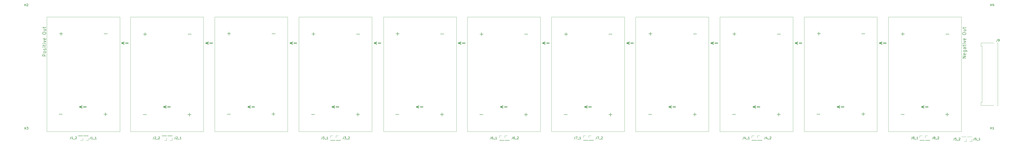
<source format=gbr>
%TF.GenerationSoftware,KiCad,Pcbnew,9.0.4*%
%TF.CreationDate,2025-09-16T19:42:10+08:00*%
%TF.ProjectId,accum_pcb_under,61636375-6d5f-4706-9362-5f756e646572,rev?*%
%TF.SameCoordinates,Original*%
%TF.FileFunction,Legend,Top*%
%TF.FilePolarity,Positive*%
%FSLAX46Y46*%
G04 Gerber Fmt 4.6, Leading zero omitted, Abs format (unit mm)*
G04 Created by KiCad (PCBNEW 9.0.4) date 2025-09-16 19:42:10*
%MOMM*%
%LPD*%
G01*
G04 APERTURE LIST*
%ADD10C,0.100000*%
%ADD11C,0.200000*%
%ADD12C,0.300000*%
%ADD13C,0.150000*%
%ADD14C,0.120000*%
G04 APERTURE END LIST*
D10*
X442732115Y-184702590D02*
X475732115Y-184702590D01*
X475732115Y-236702590D01*
X442732115Y-236702590D01*
X442732115Y-184702590D01*
X328583115Y-184702590D02*
X361583115Y-184702590D01*
X361583115Y-236702590D01*
X328583115Y-236702590D01*
X328583115Y-184702590D01*
X480806115Y-184702590D02*
X513806115Y-184702590D01*
X513806115Y-236702590D01*
X480806115Y-236702590D01*
X480806115Y-184702590D01*
X138338115Y-184702590D02*
X171338115Y-184702590D01*
X171338115Y-236702590D01*
X138338115Y-236702590D01*
X138338115Y-184702590D01*
X214458115Y-184702590D02*
X247458115Y-184702590D01*
X247458115Y-236702590D01*
X214458115Y-236702590D01*
X214458115Y-184702590D01*
X100537115Y-184702590D02*
X133537115Y-184702590D01*
X133537115Y-236702590D01*
X100537115Y-236702590D01*
X100537115Y-184702590D01*
X366612115Y-184702590D02*
X399612115Y-184702590D01*
X399612115Y-236702590D01*
X366612115Y-236702590D01*
X366612115Y-184702590D01*
X290578115Y-184702590D02*
X323578115Y-184702590D01*
X323578115Y-236702590D01*
X290578115Y-236702590D01*
X290578115Y-184702590D01*
X404664115Y-184702590D02*
X437664115Y-184702590D01*
X437664115Y-236702590D01*
X404664115Y-236702590D01*
X404664115Y-184702590D01*
X252652115Y-184702590D02*
X285652115Y-184702590D01*
X285652115Y-236702590D01*
X252652115Y-236702590D01*
X252652115Y-184702590D01*
X176367115Y-184702590D02*
X209367115Y-184702590D01*
X209367115Y-236702590D01*
X176367115Y-236702590D01*
X176367115Y-184702590D01*
D11*
X410280883Y-228947523D02*
X411804693Y-228947523D01*
X392604883Y-228880523D02*
X394128693Y-228880523D01*
X393366788Y-229642428D02*
X393366788Y-228118618D01*
X506616883Y-228932523D02*
X508140693Y-228932523D01*
X507378788Y-229694428D02*
X507378788Y-228170618D01*
X372415883Y-228895523D02*
X373939693Y-228895523D01*
X486427883Y-228947523D02*
X487951693Y-228947523D01*
D12*
X116432029Y-225105418D02*
X115289171Y-225533990D01*
X115289171Y-225533990D02*
X116432029Y-225962561D01*
X117146314Y-225533990D02*
X118289172Y-225533990D01*
X192524710Y-225105418D02*
X191381852Y-225533990D01*
X191381852Y-225533990D02*
X192524710Y-225962561D01*
X193238995Y-225533990D02*
X194381853Y-225533990D01*
D11*
X181996883Y-228791523D02*
X183520693Y-228791523D01*
X354499883Y-192521523D02*
X356023693Y-192521523D01*
X220122883Y-228947523D02*
X221646693Y-228947523D01*
D12*
X287641522Y-196175418D02*
X286498664Y-196603990D01*
X286498664Y-196603990D02*
X287641522Y-197032561D01*
X288355807Y-196603990D02*
X289498665Y-196603990D01*
D11*
X164216883Y-228984523D02*
X165740693Y-228984523D01*
X164978788Y-229746428D02*
X164978788Y-228222618D01*
D12*
X458852522Y-225105418D02*
X457709664Y-225533990D01*
X457709664Y-225533990D02*
X458852522Y-225962561D01*
X459566807Y-225533990D02*
X460709665Y-225533990D01*
D11*
X430469883Y-228932523D02*
X431993693Y-228932523D01*
X431231788Y-229694428D02*
X431231788Y-228170618D01*
X126337883Y-192354523D02*
X127861693Y-192354523D01*
X334237883Y-228999523D02*
X335761693Y-228999523D01*
D12*
X363734825Y-196175418D02*
X362591967Y-196603990D01*
X362591967Y-196603990D02*
X363734825Y-197032561D01*
X364449110Y-196603990D02*
X365591968Y-196603990D01*
X477875174Y-196175418D02*
X476732316Y-196603990D01*
X476732316Y-196603990D02*
X477875174Y-197032561D01*
X478589459Y-196603990D02*
X479732317Y-196603990D01*
D11*
X258266883Y-192371523D02*
X259790693Y-192371523D01*
X259028788Y-193133428D02*
X259028788Y-191609618D01*
X278405883Y-192417523D02*
X279929693Y-192417523D01*
D12*
X268618377Y-225105418D02*
X267475519Y-225533990D01*
X267475519Y-225533990D02*
X268618377Y-225962561D01*
X269332662Y-225533990D02*
X270475520Y-225533990D01*
D11*
X506689883Y-192469523D02*
X508213693Y-192469523D01*
X296112883Y-228999523D02*
X297636693Y-228999523D01*
X144150883Y-192475523D02*
X145674693Y-192475523D01*
X144912788Y-193237428D02*
X144912788Y-191713618D01*
X278332883Y-228880523D02*
X279856693Y-228880523D01*
X279094788Y-229642428D02*
X279094788Y-228118618D01*
X316301883Y-228984523D02*
X317825693Y-228984523D01*
X317063788Y-229746428D02*
X317063788Y-228222618D01*
X240311883Y-228932523D02*
X241835693Y-228932523D01*
X241073788Y-229694428D02*
X241073788Y-228170618D01*
D12*
X230571725Y-225105418D02*
X229428867Y-225533990D01*
X229428867Y-225533990D02*
X230571725Y-225962561D01*
X231286010Y-225533990D02*
X232428868Y-225533990D01*
D11*
X372538883Y-192371523D02*
X374062693Y-192371523D01*
X373300788Y-193133428D02*
X373300788Y-191609618D01*
D12*
X401781507Y-196175418D02*
X400638649Y-196603990D01*
X400638649Y-196603990D02*
X401781507Y-197032561D01*
X402495792Y-196603990D02*
X403638650Y-196603990D01*
D11*
X486550883Y-192423523D02*
X488074693Y-192423523D01*
X487312788Y-193185428D02*
X487312788Y-191661618D01*
X430542883Y-192469523D02*
X432066693Y-192469523D01*
X220245883Y-192423523D02*
X221769693Y-192423523D01*
X221007788Y-193185428D02*
X221007788Y-191661618D01*
X515816143Y-203365869D02*
X514316143Y-203365869D01*
X514316143Y-203365869D02*
X515816143Y-202508726D01*
X515816143Y-202508726D02*
X514316143Y-202508726D01*
X515744715Y-201223011D02*
X515816143Y-201365868D01*
X515816143Y-201365868D02*
X515816143Y-201651583D01*
X515816143Y-201651583D02*
X515744715Y-201794440D01*
X515744715Y-201794440D02*
X515601857Y-201865868D01*
X515601857Y-201865868D02*
X515030429Y-201865868D01*
X515030429Y-201865868D02*
X514887572Y-201794440D01*
X514887572Y-201794440D02*
X514816143Y-201651583D01*
X514816143Y-201651583D02*
X514816143Y-201365868D01*
X514816143Y-201365868D02*
X514887572Y-201223011D01*
X514887572Y-201223011D02*
X515030429Y-201151583D01*
X515030429Y-201151583D02*
X515173286Y-201151583D01*
X515173286Y-201151583D02*
X515316143Y-201865868D01*
X514816143Y-199865869D02*
X516030429Y-199865869D01*
X516030429Y-199865869D02*
X516173286Y-199937297D01*
X516173286Y-199937297D02*
X516244715Y-200008726D01*
X516244715Y-200008726D02*
X516316143Y-200151583D01*
X516316143Y-200151583D02*
X516316143Y-200365869D01*
X516316143Y-200365869D02*
X516244715Y-200508726D01*
X515744715Y-199865869D02*
X515816143Y-200008726D01*
X515816143Y-200008726D02*
X515816143Y-200294440D01*
X515816143Y-200294440D02*
X515744715Y-200437297D01*
X515744715Y-200437297D02*
X515673286Y-200508726D01*
X515673286Y-200508726D02*
X515530429Y-200580154D01*
X515530429Y-200580154D02*
X515101857Y-200580154D01*
X515101857Y-200580154D02*
X514959000Y-200508726D01*
X514959000Y-200508726D02*
X514887572Y-200437297D01*
X514887572Y-200437297D02*
X514816143Y-200294440D01*
X514816143Y-200294440D02*
X514816143Y-200008726D01*
X514816143Y-200008726D02*
X514887572Y-199865869D01*
X515816143Y-198508726D02*
X515030429Y-198508726D01*
X515030429Y-198508726D02*
X514887572Y-198580154D01*
X514887572Y-198580154D02*
X514816143Y-198723011D01*
X514816143Y-198723011D02*
X514816143Y-199008726D01*
X514816143Y-199008726D02*
X514887572Y-199151583D01*
X515744715Y-198508726D02*
X515816143Y-198651583D01*
X515816143Y-198651583D02*
X515816143Y-199008726D01*
X515816143Y-199008726D02*
X515744715Y-199151583D01*
X515744715Y-199151583D02*
X515601857Y-199223011D01*
X515601857Y-199223011D02*
X515459000Y-199223011D01*
X515459000Y-199223011D02*
X515316143Y-199151583D01*
X515316143Y-199151583D02*
X515244715Y-199008726D01*
X515244715Y-199008726D02*
X515244715Y-198651583D01*
X515244715Y-198651583D02*
X515173286Y-198508726D01*
X514816143Y-198008725D02*
X514816143Y-197437297D01*
X514316143Y-197794440D02*
X515601857Y-197794440D01*
X515601857Y-197794440D02*
X515744715Y-197723011D01*
X515744715Y-197723011D02*
X515816143Y-197580154D01*
X515816143Y-197580154D02*
X515816143Y-197437297D01*
X515816143Y-196937297D02*
X514816143Y-196937297D01*
X514316143Y-196937297D02*
X514387572Y-197008725D01*
X514387572Y-197008725D02*
X514459000Y-196937297D01*
X514459000Y-196937297D02*
X514387572Y-196865868D01*
X514387572Y-196865868D02*
X514316143Y-196937297D01*
X514316143Y-196937297D02*
X514459000Y-196937297D01*
X514816143Y-196365868D02*
X515816143Y-196008725D01*
X515816143Y-196008725D02*
X514816143Y-195651582D01*
X515744715Y-194508725D02*
X515816143Y-194651582D01*
X515816143Y-194651582D02*
X515816143Y-194937297D01*
X515816143Y-194937297D02*
X515744715Y-195080154D01*
X515744715Y-195080154D02*
X515601857Y-195151582D01*
X515601857Y-195151582D02*
X515030429Y-195151582D01*
X515030429Y-195151582D02*
X514887572Y-195080154D01*
X514887572Y-195080154D02*
X514816143Y-194937297D01*
X514816143Y-194937297D02*
X514816143Y-194651582D01*
X514816143Y-194651582D02*
X514887572Y-194508725D01*
X514887572Y-194508725D02*
X515030429Y-194437297D01*
X515030429Y-194437297D02*
X515173286Y-194437297D01*
X515173286Y-194437297D02*
X515316143Y-195151582D01*
X514316143Y-192365868D02*
X514316143Y-192080154D01*
X514316143Y-192080154D02*
X514387572Y-191937297D01*
X514387572Y-191937297D02*
X514530429Y-191794440D01*
X514530429Y-191794440D02*
X514816143Y-191723011D01*
X514816143Y-191723011D02*
X515316143Y-191723011D01*
X515316143Y-191723011D02*
X515601857Y-191794440D01*
X515601857Y-191794440D02*
X515744715Y-191937297D01*
X515744715Y-191937297D02*
X515816143Y-192080154D01*
X515816143Y-192080154D02*
X515816143Y-192365868D01*
X515816143Y-192365868D02*
X515744715Y-192508726D01*
X515744715Y-192508726D02*
X515601857Y-192651583D01*
X515601857Y-192651583D02*
X515316143Y-192723011D01*
X515316143Y-192723011D02*
X514816143Y-192723011D01*
X514816143Y-192723011D02*
X514530429Y-192651583D01*
X514530429Y-192651583D02*
X514387572Y-192508726D01*
X514387572Y-192508726D02*
X514316143Y-192365868D01*
X514816143Y-190437297D02*
X515816143Y-190437297D01*
X514816143Y-191080154D02*
X515601857Y-191080154D01*
X515601857Y-191080154D02*
X515744715Y-191008725D01*
X515744715Y-191008725D02*
X515816143Y-190865868D01*
X515816143Y-190865868D02*
X515816143Y-190651582D01*
X515816143Y-190651582D02*
X515744715Y-190508725D01*
X515744715Y-190508725D02*
X515673286Y-190437297D01*
X514816143Y-189937296D02*
X514816143Y-189365868D01*
X514316143Y-189723011D02*
X515601857Y-189723011D01*
X515601857Y-189723011D02*
X515744715Y-189651582D01*
X515744715Y-189651582D02*
X515816143Y-189508725D01*
X515816143Y-189508725D02*
X515816143Y-189365868D01*
X334360883Y-192475523D02*
X335884693Y-192475523D01*
X335122788Y-193237428D02*
X335122788Y-191713618D01*
X202185883Y-228776523D02*
X203709693Y-228776523D01*
X202947788Y-229538428D02*
X202947788Y-228014618D01*
X182119883Y-192267523D02*
X183643693Y-192267523D01*
X182881788Y-193029428D02*
X182881788Y-191505618D01*
X354426883Y-228984523D02*
X355950693Y-228984523D01*
X355188788Y-229746428D02*
X355188788Y-228222618D01*
X392677883Y-192417523D02*
X394201693Y-192417523D01*
X126264883Y-228817523D02*
X127788693Y-228817523D01*
X127026788Y-229579428D02*
X127026788Y-228055618D01*
X202258883Y-192313523D02*
X203782693Y-192313523D01*
D12*
X344712014Y-225105418D02*
X343569156Y-225533990D01*
X343569156Y-225533990D02*
X344712014Y-225962561D01*
X345426299Y-225533990D02*
X346569157Y-225533990D01*
X325688340Y-196175418D02*
X324545482Y-196603990D01*
X324545482Y-196603990D02*
X325688340Y-197032561D01*
X326402625Y-196603990D02*
X327545483Y-196603990D01*
D11*
X100120143Y-202439869D02*
X98620143Y-202439869D01*
X98620143Y-202439869D02*
X98620143Y-201868440D01*
X98620143Y-201868440D02*
X98691572Y-201725583D01*
X98691572Y-201725583D02*
X98763000Y-201654154D01*
X98763000Y-201654154D02*
X98905857Y-201582726D01*
X98905857Y-201582726D02*
X99120143Y-201582726D01*
X99120143Y-201582726D02*
X99263000Y-201654154D01*
X99263000Y-201654154D02*
X99334429Y-201725583D01*
X99334429Y-201725583D02*
X99405857Y-201868440D01*
X99405857Y-201868440D02*
X99405857Y-202439869D01*
X100120143Y-200725583D02*
X100048715Y-200868440D01*
X100048715Y-200868440D02*
X99977286Y-200939869D01*
X99977286Y-200939869D02*
X99834429Y-201011297D01*
X99834429Y-201011297D02*
X99405857Y-201011297D01*
X99405857Y-201011297D02*
X99263000Y-200939869D01*
X99263000Y-200939869D02*
X99191572Y-200868440D01*
X99191572Y-200868440D02*
X99120143Y-200725583D01*
X99120143Y-200725583D02*
X99120143Y-200511297D01*
X99120143Y-200511297D02*
X99191572Y-200368440D01*
X99191572Y-200368440D02*
X99263000Y-200297012D01*
X99263000Y-200297012D02*
X99405857Y-200225583D01*
X99405857Y-200225583D02*
X99834429Y-200225583D01*
X99834429Y-200225583D02*
X99977286Y-200297012D01*
X99977286Y-200297012D02*
X100048715Y-200368440D01*
X100048715Y-200368440D02*
X100120143Y-200511297D01*
X100120143Y-200511297D02*
X100120143Y-200725583D01*
X100048715Y-199654154D02*
X100120143Y-199511297D01*
X100120143Y-199511297D02*
X100120143Y-199225583D01*
X100120143Y-199225583D02*
X100048715Y-199082726D01*
X100048715Y-199082726D02*
X99905857Y-199011297D01*
X99905857Y-199011297D02*
X99834429Y-199011297D01*
X99834429Y-199011297D02*
X99691572Y-199082726D01*
X99691572Y-199082726D02*
X99620143Y-199225583D01*
X99620143Y-199225583D02*
X99620143Y-199439869D01*
X99620143Y-199439869D02*
X99548715Y-199582726D01*
X99548715Y-199582726D02*
X99405857Y-199654154D01*
X99405857Y-199654154D02*
X99334429Y-199654154D01*
X99334429Y-199654154D02*
X99191572Y-199582726D01*
X99191572Y-199582726D02*
X99120143Y-199439869D01*
X99120143Y-199439869D02*
X99120143Y-199225583D01*
X99120143Y-199225583D02*
X99191572Y-199082726D01*
X100120143Y-198368440D02*
X99120143Y-198368440D01*
X98620143Y-198368440D02*
X98691572Y-198439868D01*
X98691572Y-198439868D02*
X98763000Y-198368440D01*
X98763000Y-198368440D02*
X98691572Y-198297011D01*
X98691572Y-198297011D02*
X98620143Y-198368440D01*
X98620143Y-198368440D02*
X98763000Y-198368440D01*
X99120143Y-197868439D02*
X99120143Y-197297011D01*
X98620143Y-197654154D02*
X99905857Y-197654154D01*
X99905857Y-197654154D02*
X100048715Y-197582725D01*
X100048715Y-197582725D02*
X100120143Y-197439868D01*
X100120143Y-197439868D02*
X100120143Y-197297011D01*
X100120143Y-196797011D02*
X99120143Y-196797011D01*
X98620143Y-196797011D02*
X98691572Y-196868439D01*
X98691572Y-196868439D02*
X98763000Y-196797011D01*
X98763000Y-196797011D02*
X98691572Y-196725582D01*
X98691572Y-196725582D02*
X98620143Y-196797011D01*
X98620143Y-196797011D02*
X98763000Y-196797011D01*
X99120143Y-196225582D02*
X100120143Y-195868439D01*
X100120143Y-195868439D02*
X99120143Y-195511296D01*
X100048715Y-194368439D02*
X100120143Y-194511296D01*
X100120143Y-194511296D02*
X100120143Y-194797011D01*
X100120143Y-194797011D02*
X100048715Y-194939868D01*
X100048715Y-194939868D02*
X99905857Y-195011296D01*
X99905857Y-195011296D02*
X99334429Y-195011296D01*
X99334429Y-195011296D02*
X99191572Y-194939868D01*
X99191572Y-194939868D02*
X99120143Y-194797011D01*
X99120143Y-194797011D02*
X99120143Y-194511296D01*
X99120143Y-194511296D02*
X99191572Y-194368439D01*
X99191572Y-194368439D02*
X99334429Y-194297011D01*
X99334429Y-194297011D02*
X99477286Y-194297011D01*
X99477286Y-194297011D02*
X99620143Y-195011296D01*
X98620143Y-192225582D02*
X98620143Y-191939868D01*
X98620143Y-191939868D02*
X98691572Y-191797011D01*
X98691572Y-191797011D02*
X98834429Y-191654154D01*
X98834429Y-191654154D02*
X99120143Y-191582725D01*
X99120143Y-191582725D02*
X99620143Y-191582725D01*
X99620143Y-191582725D02*
X99905857Y-191654154D01*
X99905857Y-191654154D02*
X100048715Y-191797011D01*
X100048715Y-191797011D02*
X100120143Y-191939868D01*
X100120143Y-191939868D02*
X100120143Y-192225582D01*
X100120143Y-192225582D02*
X100048715Y-192368440D01*
X100048715Y-192368440D02*
X99905857Y-192511297D01*
X99905857Y-192511297D02*
X99620143Y-192582725D01*
X99620143Y-192582725D02*
X99120143Y-192582725D01*
X99120143Y-192582725D02*
X98834429Y-192511297D01*
X98834429Y-192511297D02*
X98691572Y-192368440D01*
X98691572Y-192368440D02*
X98620143Y-192225582D01*
X99120143Y-190297011D02*
X100120143Y-190297011D01*
X99120143Y-190939868D02*
X99905857Y-190939868D01*
X99905857Y-190939868D02*
X100048715Y-190868439D01*
X100048715Y-190868439D02*
X100120143Y-190725582D01*
X100120143Y-190725582D02*
X100120143Y-190511296D01*
X100120143Y-190511296D02*
X100048715Y-190368439D01*
X100048715Y-190368439D02*
X99977286Y-190297011D01*
X99120143Y-189797010D02*
X99120143Y-189225582D01*
X98620143Y-189582725D02*
X99905857Y-189582725D01*
X99905857Y-189582725D02*
X100048715Y-189511296D01*
X100048715Y-189511296D02*
X100120143Y-189368439D01*
X100120143Y-189368439D02*
X100120143Y-189225582D01*
X144027883Y-228999523D02*
X145551693Y-228999523D01*
X296235883Y-192475523D02*
X297759693Y-192475523D01*
X296997788Y-193237428D02*
X296997788Y-191713618D01*
D12*
X496899174Y-225105418D02*
X495756316Y-225533990D01*
X495756316Y-225533990D02*
X496899174Y-225962561D01*
X497613459Y-225533990D02*
X498756317Y-225533990D01*
D11*
X410403883Y-192423523D02*
X411927693Y-192423523D01*
X411165788Y-193185428D02*
X411165788Y-191661618D01*
D12*
X135454833Y-196175418D02*
X134311975Y-196603990D01*
X134311975Y-196603990D02*
X135454833Y-197032561D01*
X136169118Y-196603990D02*
X137311976Y-196603990D01*
X173501173Y-196175418D02*
X172358315Y-196603990D01*
X172358315Y-196603990D02*
X173501173Y-197032561D01*
X174215458Y-196603990D02*
X175358316Y-196603990D01*
D11*
X468646883Y-228776523D02*
X470170693Y-228776523D01*
X469408788Y-229538428D02*
X469408788Y-228014618D01*
X240384883Y-192469523D02*
X241908693Y-192469523D01*
X316374883Y-192521523D02*
X317898693Y-192521523D01*
D12*
X382758855Y-225105418D02*
X381615997Y-225533990D01*
X381615997Y-225533990D02*
X382758855Y-225962561D01*
X383473140Y-225533990D02*
X384615998Y-225533990D01*
X154478362Y-225105418D02*
X153335504Y-225533990D01*
X153335504Y-225533990D02*
X154478362Y-225962561D01*
X155192647Y-225533990D02*
X156335505Y-225533990D01*
X211547855Y-196175418D02*
X210404997Y-196603990D01*
X210404997Y-196603990D02*
X211547855Y-197032561D01*
X212262140Y-196603990D02*
X213404998Y-196603990D01*
X306665029Y-225105418D02*
X305522171Y-225533990D01*
X305522171Y-225533990D02*
X306665029Y-225962561D01*
X307379314Y-225533990D02*
X308522172Y-225533990D01*
D11*
X106198883Y-192308523D02*
X107722693Y-192308523D01*
X106960788Y-193070428D02*
X106960788Y-191546618D01*
X164289883Y-192521523D02*
X165813693Y-192521523D01*
X468719883Y-192313523D02*
X470243693Y-192313523D01*
X258143883Y-228895523D02*
X259667693Y-228895523D01*
X448457883Y-228791523D02*
X449981693Y-228791523D01*
X448580883Y-192267523D02*
X450104693Y-192267523D01*
X449342788Y-193029428D02*
X449342788Y-191505618D01*
D12*
X420805870Y-225105418D02*
X419663012Y-225533990D01*
X419663012Y-225533990D02*
X420805870Y-225962561D01*
X421520155Y-225533990D02*
X422663013Y-225533990D01*
X439828340Y-196175418D02*
X438685482Y-196603990D01*
X438685482Y-196603990D02*
X439828340Y-197032561D01*
X440542625Y-196603990D02*
X441685483Y-196603990D01*
X249594688Y-196175418D02*
X248451830Y-196603990D01*
X248451830Y-196603990D02*
X249594688Y-197032561D01*
X250308973Y-196603990D02*
X251451831Y-196603990D01*
D11*
X106075883Y-228832523D02*
X107599693Y-228832523D01*
D13*
X519560638Y-239554409D02*
X519560638Y-240268694D01*
X519560638Y-240268694D02*
X519513019Y-240411551D01*
X519513019Y-240411551D02*
X519417781Y-240506790D01*
X519417781Y-240506790D02*
X519274924Y-240554409D01*
X519274924Y-240554409D02*
X519179686Y-240554409D01*
X520513019Y-239554409D02*
X520036829Y-239554409D01*
X520036829Y-239554409D02*
X519989210Y-240030599D01*
X519989210Y-240030599D02*
X520036829Y-239982980D01*
X520036829Y-239982980D02*
X520132067Y-239935361D01*
X520132067Y-239935361D02*
X520370162Y-239935361D01*
X520370162Y-239935361D02*
X520465400Y-239982980D01*
X520465400Y-239982980D02*
X520513019Y-240030599D01*
X520513019Y-240030599D02*
X520560638Y-240125837D01*
X520560638Y-240125837D02*
X520560638Y-240363932D01*
X520560638Y-240363932D02*
X520513019Y-240459170D01*
X520513019Y-240459170D02*
X520465400Y-240506790D01*
X520465400Y-240506790D02*
X520370162Y-240554409D01*
X520370162Y-240554409D02*
X520132067Y-240554409D01*
X520132067Y-240554409D02*
X520036829Y-240506790D01*
X520036829Y-240506790D02*
X519989210Y-240459170D01*
X520751115Y-240649647D02*
X521513019Y-240649647D01*
X522274924Y-240554409D02*
X521703496Y-240554409D01*
X521989210Y-240554409D02*
X521989210Y-239554409D01*
X521989210Y-239554409D02*
X521893972Y-239697266D01*
X521893972Y-239697266D02*
X521798734Y-239792504D01*
X521798734Y-239792504D02*
X521703496Y-239840123D01*
X339153638Y-239069409D02*
X339153638Y-239783694D01*
X339153638Y-239783694D02*
X339106019Y-239926551D01*
X339106019Y-239926551D02*
X339010781Y-240021790D01*
X339010781Y-240021790D02*
X338867924Y-240069409D01*
X338867924Y-240069409D02*
X338772686Y-240069409D01*
X339534591Y-239069409D02*
X340201257Y-239069409D01*
X340201257Y-239069409D02*
X339772686Y-240069409D01*
X340344115Y-240164647D02*
X341106019Y-240164647D01*
X341867924Y-240069409D02*
X341296496Y-240069409D01*
X341582210Y-240069409D02*
X341582210Y-239069409D01*
X341582210Y-239069409D02*
X341486972Y-239212266D01*
X341486972Y-239212266D02*
X341391734Y-239307504D01*
X341391734Y-239307504D02*
X341296496Y-239355123D01*
X111312638Y-239042409D02*
X111312638Y-239756694D01*
X111312638Y-239756694D02*
X111265019Y-239899551D01*
X111265019Y-239899551D02*
X111169781Y-239994790D01*
X111169781Y-239994790D02*
X111026924Y-240042409D01*
X111026924Y-240042409D02*
X110931686Y-240042409D01*
X112312638Y-240042409D02*
X111741210Y-240042409D01*
X112026924Y-240042409D02*
X112026924Y-239042409D01*
X112026924Y-239042409D02*
X111931686Y-239185266D01*
X111931686Y-239185266D02*
X111836448Y-239280504D01*
X111836448Y-239280504D02*
X111741210Y-239328123D01*
X112503115Y-240137647D02*
X113265019Y-240137647D01*
X113455496Y-239137647D02*
X113503115Y-239090028D01*
X113503115Y-239090028D02*
X113598353Y-239042409D01*
X113598353Y-239042409D02*
X113836448Y-239042409D01*
X113836448Y-239042409D02*
X113931686Y-239090028D01*
X113931686Y-239090028D02*
X113979305Y-239137647D01*
X113979305Y-239137647D02*
X114026924Y-239232885D01*
X114026924Y-239232885D02*
X114026924Y-239328123D01*
X114026924Y-239328123D02*
X113979305Y-239470980D01*
X113979305Y-239470980D02*
X113407877Y-240042409D01*
X113407877Y-240042409D02*
X114026924Y-240042409D01*
X90531210Y-235677409D02*
X90531210Y-234677409D01*
X90531210Y-235153599D02*
X91102638Y-235153599D01*
X91102638Y-235677409D02*
X91102638Y-234677409D01*
X91483591Y-234677409D02*
X92102638Y-234677409D01*
X92102638Y-234677409D02*
X91769305Y-235058361D01*
X91769305Y-235058361D02*
X91912162Y-235058361D01*
X91912162Y-235058361D02*
X92007400Y-235105980D01*
X92007400Y-235105980D02*
X92055019Y-235153599D01*
X92055019Y-235153599D02*
X92102638Y-235248837D01*
X92102638Y-235248837D02*
X92102638Y-235486932D01*
X92102638Y-235486932D02*
X92055019Y-235582170D01*
X92055019Y-235582170D02*
X92007400Y-235629790D01*
X92007400Y-235629790D02*
X91912162Y-235677409D01*
X91912162Y-235677409D02*
X91626448Y-235677409D01*
X91626448Y-235677409D02*
X91531210Y-235629790D01*
X91531210Y-235629790D02*
X91483591Y-235582170D01*
X491479638Y-239068409D02*
X491479638Y-239782694D01*
X491479638Y-239782694D02*
X491432019Y-239925551D01*
X491432019Y-239925551D02*
X491336781Y-240020790D01*
X491336781Y-240020790D02*
X491193924Y-240068409D01*
X491193924Y-240068409D02*
X491098686Y-240068409D01*
X492098686Y-239496980D02*
X492003448Y-239449361D01*
X492003448Y-239449361D02*
X491955829Y-239401742D01*
X491955829Y-239401742D02*
X491908210Y-239306504D01*
X491908210Y-239306504D02*
X491908210Y-239258885D01*
X491908210Y-239258885D02*
X491955829Y-239163647D01*
X491955829Y-239163647D02*
X492003448Y-239116028D01*
X492003448Y-239116028D02*
X492098686Y-239068409D01*
X492098686Y-239068409D02*
X492289162Y-239068409D01*
X492289162Y-239068409D02*
X492384400Y-239116028D01*
X492384400Y-239116028D02*
X492432019Y-239163647D01*
X492432019Y-239163647D02*
X492479638Y-239258885D01*
X492479638Y-239258885D02*
X492479638Y-239306504D01*
X492479638Y-239306504D02*
X492432019Y-239401742D01*
X492432019Y-239401742D02*
X492384400Y-239449361D01*
X492384400Y-239449361D02*
X492289162Y-239496980D01*
X492289162Y-239496980D02*
X492098686Y-239496980D01*
X492098686Y-239496980D02*
X492003448Y-239544599D01*
X492003448Y-239544599D02*
X491955829Y-239592218D01*
X491955829Y-239592218D02*
X491908210Y-239687456D01*
X491908210Y-239687456D02*
X491908210Y-239877932D01*
X491908210Y-239877932D02*
X491955829Y-239973170D01*
X491955829Y-239973170D02*
X492003448Y-240020790D01*
X492003448Y-240020790D02*
X492098686Y-240068409D01*
X492098686Y-240068409D02*
X492289162Y-240068409D01*
X492289162Y-240068409D02*
X492384400Y-240020790D01*
X492384400Y-240020790D02*
X492432019Y-239973170D01*
X492432019Y-239973170D02*
X492479638Y-239877932D01*
X492479638Y-239877932D02*
X492479638Y-239687456D01*
X492479638Y-239687456D02*
X492432019Y-239592218D01*
X492432019Y-239592218D02*
X492384400Y-239544599D01*
X492384400Y-239544599D02*
X492289162Y-239496980D01*
X492670115Y-240163647D02*
X493432019Y-240163647D01*
X494193924Y-240068409D02*
X493622496Y-240068409D01*
X493908210Y-240068409D02*
X493908210Y-239068409D01*
X493908210Y-239068409D02*
X493812972Y-239211266D01*
X493812972Y-239211266D02*
X493717734Y-239306504D01*
X493717734Y-239306504D02*
X493622496Y-239354123D01*
X500950638Y-239067409D02*
X500950638Y-239781694D01*
X500950638Y-239781694D02*
X500903019Y-239924551D01*
X500903019Y-239924551D02*
X500807781Y-240019790D01*
X500807781Y-240019790D02*
X500664924Y-240067409D01*
X500664924Y-240067409D02*
X500569686Y-240067409D01*
X501569686Y-239495980D02*
X501474448Y-239448361D01*
X501474448Y-239448361D02*
X501426829Y-239400742D01*
X501426829Y-239400742D02*
X501379210Y-239305504D01*
X501379210Y-239305504D02*
X501379210Y-239257885D01*
X501379210Y-239257885D02*
X501426829Y-239162647D01*
X501426829Y-239162647D02*
X501474448Y-239115028D01*
X501474448Y-239115028D02*
X501569686Y-239067409D01*
X501569686Y-239067409D02*
X501760162Y-239067409D01*
X501760162Y-239067409D02*
X501855400Y-239115028D01*
X501855400Y-239115028D02*
X501903019Y-239162647D01*
X501903019Y-239162647D02*
X501950638Y-239257885D01*
X501950638Y-239257885D02*
X501950638Y-239305504D01*
X501950638Y-239305504D02*
X501903019Y-239400742D01*
X501903019Y-239400742D02*
X501855400Y-239448361D01*
X501855400Y-239448361D02*
X501760162Y-239495980D01*
X501760162Y-239495980D02*
X501569686Y-239495980D01*
X501569686Y-239495980D02*
X501474448Y-239543599D01*
X501474448Y-239543599D02*
X501426829Y-239591218D01*
X501426829Y-239591218D02*
X501379210Y-239686456D01*
X501379210Y-239686456D02*
X501379210Y-239876932D01*
X501379210Y-239876932D02*
X501426829Y-239972170D01*
X501426829Y-239972170D02*
X501474448Y-240019790D01*
X501474448Y-240019790D02*
X501569686Y-240067409D01*
X501569686Y-240067409D02*
X501760162Y-240067409D01*
X501760162Y-240067409D02*
X501855400Y-240019790D01*
X501855400Y-240019790D02*
X501903019Y-239972170D01*
X501903019Y-239972170D02*
X501950638Y-239876932D01*
X501950638Y-239876932D02*
X501950638Y-239686456D01*
X501950638Y-239686456D02*
X501903019Y-239591218D01*
X501903019Y-239591218D02*
X501855400Y-239543599D01*
X501855400Y-239543599D02*
X501760162Y-239495980D01*
X502141115Y-240162647D02*
X502903019Y-240162647D01*
X503093496Y-239162647D02*
X503141115Y-239115028D01*
X503141115Y-239115028D02*
X503236353Y-239067409D01*
X503236353Y-239067409D02*
X503474448Y-239067409D01*
X503474448Y-239067409D02*
X503569686Y-239115028D01*
X503569686Y-239115028D02*
X503617305Y-239162647D01*
X503617305Y-239162647D02*
X503664924Y-239257885D01*
X503664924Y-239257885D02*
X503664924Y-239353123D01*
X503664924Y-239353123D02*
X503617305Y-239495980D01*
X503617305Y-239495980D02*
X503045877Y-240067409D01*
X503045877Y-240067409D02*
X503664924Y-240067409D01*
X234659638Y-239067409D02*
X234659638Y-239781694D01*
X234659638Y-239781694D02*
X234612019Y-239924551D01*
X234612019Y-239924551D02*
X234516781Y-240019790D01*
X234516781Y-240019790D02*
X234373924Y-240067409D01*
X234373924Y-240067409D02*
X234278686Y-240067409D01*
X235040591Y-239067409D02*
X235659638Y-239067409D01*
X235659638Y-239067409D02*
X235326305Y-239448361D01*
X235326305Y-239448361D02*
X235469162Y-239448361D01*
X235469162Y-239448361D02*
X235564400Y-239495980D01*
X235564400Y-239495980D02*
X235612019Y-239543599D01*
X235612019Y-239543599D02*
X235659638Y-239638837D01*
X235659638Y-239638837D02*
X235659638Y-239876932D01*
X235659638Y-239876932D02*
X235612019Y-239972170D01*
X235612019Y-239972170D02*
X235564400Y-240019790D01*
X235564400Y-240019790D02*
X235469162Y-240067409D01*
X235469162Y-240067409D02*
X235183448Y-240067409D01*
X235183448Y-240067409D02*
X235088210Y-240019790D01*
X235088210Y-240019790D02*
X235040591Y-239972170D01*
X235850115Y-240162647D02*
X236612019Y-240162647D01*
X236802496Y-239162647D02*
X236850115Y-239115028D01*
X236850115Y-239115028D02*
X236945353Y-239067409D01*
X236945353Y-239067409D02*
X237183448Y-239067409D01*
X237183448Y-239067409D02*
X237278686Y-239115028D01*
X237278686Y-239115028D02*
X237326305Y-239162647D01*
X237326305Y-239162647D02*
X237373924Y-239257885D01*
X237373924Y-239257885D02*
X237373924Y-239353123D01*
X237373924Y-239353123D02*
X237326305Y-239495980D01*
X237326305Y-239495980D02*
X236754877Y-240067409D01*
X236754877Y-240067409D02*
X237373924Y-240067409D01*
X120254638Y-239071123D02*
X120254638Y-239785408D01*
X120254638Y-239785408D02*
X120207019Y-239928265D01*
X120207019Y-239928265D02*
X120111781Y-240023504D01*
X120111781Y-240023504D02*
X119968924Y-240071123D01*
X119968924Y-240071123D02*
X119873686Y-240071123D01*
X121254638Y-240071123D02*
X120683210Y-240071123D01*
X120968924Y-240071123D02*
X120968924Y-239071123D01*
X120968924Y-239071123D02*
X120873686Y-239213980D01*
X120873686Y-239213980D02*
X120778448Y-239309218D01*
X120778448Y-239309218D02*
X120683210Y-239356837D01*
X121445115Y-240166361D02*
X122207019Y-240166361D01*
X122968924Y-240071123D02*
X122397496Y-240071123D01*
X122683210Y-240071123D02*
X122683210Y-239071123D01*
X122683210Y-239071123D02*
X122587972Y-239213980D01*
X122587972Y-239213980D02*
X122492734Y-239309218D01*
X122492734Y-239309218D02*
X122397496Y-239356837D01*
X158573638Y-239075409D02*
X158573638Y-239789694D01*
X158573638Y-239789694D02*
X158526019Y-239932551D01*
X158526019Y-239932551D02*
X158430781Y-240027790D01*
X158430781Y-240027790D02*
X158287924Y-240075409D01*
X158287924Y-240075409D02*
X158192686Y-240075409D01*
X159002210Y-239170647D02*
X159049829Y-239123028D01*
X159049829Y-239123028D02*
X159145067Y-239075409D01*
X159145067Y-239075409D02*
X159383162Y-239075409D01*
X159383162Y-239075409D02*
X159478400Y-239123028D01*
X159478400Y-239123028D02*
X159526019Y-239170647D01*
X159526019Y-239170647D02*
X159573638Y-239265885D01*
X159573638Y-239265885D02*
X159573638Y-239361123D01*
X159573638Y-239361123D02*
X159526019Y-239503980D01*
X159526019Y-239503980D02*
X158954591Y-240075409D01*
X158954591Y-240075409D02*
X159573638Y-240075409D01*
X159764115Y-240170647D02*
X160526019Y-240170647D01*
X161287924Y-240075409D02*
X160716496Y-240075409D01*
X161002210Y-240075409D02*
X161002210Y-239075409D01*
X161002210Y-239075409D02*
X160906972Y-239218266D01*
X160906972Y-239218266D02*
X160811734Y-239313504D01*
X160811734Y-239313504D02*
X160716496Y-239361123D01*
X510519638Y-239569409D02*
X510519638Y-240283694D01*
X510519638Y-240283694D02*
X510472019Y-240426551D01*
X510472019Y-240426551D02*
X510376781Y-240521790D01*
X510376781Y-240521790D02*
X510233924Y-240569409D01*
X510233924Y-240569409D02*
X510138686Y-240569409D01*
X511472019Y-239569409D02*
X510995829Y-239569409D01*
X510995829Y-239569409D02*
X510948210Y-240045599D01*
X510948210Y-240045599D02*
X510995829Y-239997980D01*
X510995829Y-239997980D02*
X511091067Y-239950361D01*
X511091067Y-239950361D02*
X511329162Y-239950361D01*
X511329162Y-239950361D02*
X511424400Y-239997980D01*
X511424400Y-239997980D02*
X511472019Y-240045599D01*
X511472019Y-240045599D02*
X511519638Y-240140837D01*
X511519638Y-240140837D02*
X511519638Y-240378932D01*
X511519638Y-240378932D02*
X511472019Y-240474170D01*
X511472019Y-240474170D02*
X511424400Y-240521790D01*
X511424400Y-240521790D02*
X511329162Y-240569409D01*
X511329162Y-240569409D02*
X511091067Y-240569409D01*
X511091067Y-240569409D02*
X510995829Y-240521790D01*
X510995829Y-240521790D02*
X510948210Y-240474170D01*
X511710115Y-240664647D02*
X512472019Y-240664647D01*
X512662496Y-239664647D02*
X512710115Y-239617028D01*
X512710115Y-239617028D02*
X512805353Y-239569409D01*
X512805353Y-239569409D02*
X513043448Y-239569409D01*
X513043448Y-239569409D02*
X513138686Y-239617028D01*
X513138686Y-239617028D02*
X513186305Y-239664647D01*
X513186305Y-239664647D02*
X513233924Y-239759885D01*
X513233924Y-239759885D02*
X513233924Y-239855123D01*
X513233924Y-239855123D02*
X513186305Y-239997980D01*
X513186305Y-239997980D02*
X512614877Y-240569409D01*
X512614877Y-240569409D02*
X513233924Y-240569409D01*
X348945638Y-239066409D02*
X348945638Y-239780694D01*
X348945638Y-239780694D02*
X348898019Y-239923551D01*
X348898019Y-239923551D02*
X348802781Y-240018790D01*
X348802781Y-240018790D02*
X348659924Y-240066409D01*
X348659924Y-240066409D02*
X348564686Y-240066409D01*
X349326591Y-239066409D02*
X349993257Y-239066409D01*
X349993257Y-239066409D02*
X349564686Y-240066409D01*
X350136115Y-240161647D02*
X350898019Y-240161647D01*
X351088496Y-239161647D02*
X351136115Y-239114028D01*
X351136115Y-239114028D02*
X351231353Y-239066409D01*
X351231353Y-239066409D02*
X351469448Y-239066409D01*
X351469448Y-239066409D02*
X351564686Y-239114028D01*
X351564686Y-239114028D02*
X351612305Y-239161647D01*
X351612305Y-239161647D02*
X351659924Y-239256885D01*
X351659924Y-239256885D02*
X351659924Y-239352123D01*
X351659924Y-239352123D02*
X351612305Y-239494980D01*
X351612305Y-239494980D02*
X351040877Y-240066409D01*
X351040877Y-240066409D02*
X351659924Y-240066409D01*
X415330638Y-239072409D02*
X415330638Y-239786694D01*
X415330638Y-239786694D02*
X415283019Y-239929551D01*
X415283019Y-239929551D02*
X415187781Y-240024790D01*
X415187781Y-240024790D02*
X415044924Y-240072409D01*
X415044924Y-240072409D02*
X414949686Y-240072409D01*
X416235400Y-239405742D02*
X416235400Y-240072409D01*
X415997305Y-239024790D02*
X415759210Y-239739075D01*
X415759210Y-239739075D02*
X416378257Y-239739075D01*
X416521115Y-240167647D02*
X417283019Y-240167647D01*
X418044924Y-240072409D02*
X417473496Y-240072409D01*
X417759210Y-240072409D02*
X417759210Y-239072409D01*
X417759210Y-239072409D02*
X417663972Y-239215266D01*
X417663972Y-239215266D02*
X417568734Y-239310504D01*
X417568734Y-239310504D02*
X417473496Y-239358123D01*
X301186638Y-239067409D02*
X301186638Y-239781694D01*
X301186638Y-239781694D02*
X301139019Y-239924551D01*
X301139019Y-239924551D02*
X301043781Y-240019790D01*
X301043781Y-240019790D02*
X300900924Y-240067409D01*
X300900924Y-240067409D02*
X300805686Y-240067409D01*
X302091400Y-239067409D02*
X301900924Y-239067409D01*
X301900924Y-239067409D02*
X301805686Y-239115028D01*
X301805686Y-239115028D02*
X301758067Y-239162647D01*
X301758067Y-239162647D02*
X301662829Y-239305504D01*
X301662829Y-239305504D02*
X301615210Y-239495980D01*
X301615210Y-239495980D02*
X301615210Y-239876932D01*
X301615210Y-239876932D02*
X301662829Y-239972170D01*
X301662829Y-239972170D02*
X301710448Y-240019790D01*
X301710448Y-240019790D02*
X301805686Y-240067409D01*
X301805686Y-240067409D02*
X301996162Y-240067409D01*
X301996162Y-240067409D02*
X302091400Y-240019790D01*
X302091400Y-240019790D02*
X302139019Y-239972170D01*
X302139019Y-239972170D02*
X302186638Y-239876932D01*
X302186638Y-239876932D02*
X302186638Y-239638837D01*
X302186638Y-239638837D02*
X302139019Y-239543599D01*
X302139019Y-239543599D02*
X302091400Y-239495980D01*
X302091400Y-239495980D02*
X301996162Y-239448361D01*
X301996162Y-239448361D02*
X301805686Y-239448361D01*
X301805686Y-239448361D02*
X301710448Y-239495980D01*
X301710448Y-239495980D02*
X301662829Y-239543599D01*
X301662829Y-239543599D02*
X301615210Y-239638837D01*
X302377115Y-240162647D02*
X303139019Y-240162647D01*
X303900924Y-240067409D02*
X303329496Y-240067409D01*
X303615210Y-240067409D02*
X303615210Y-239067409D01*
X303615210Y-239067409D02*
X303519972Y-239210266D01*
X303519972Y-239210266D02*
X303424734Y-239305504D01*
X303424734Y-239305504D02*
X303329496Y-239353123D01*
X310958638Y-239068409D02*
X310958638Y-239782694D01*
X310958638Y-239782694D02*
X310911019Y-239925551D01*
X310911019Y-239925551D02*
X310815781Y-240020790D01*
X310815781Y-240020790D02*
X310672924Y-240068409D01*
X310672924Y-240068409D02*
X310577686Y-240068409D01*
X311863400Y-239068409D02*
X311672924Y-239068409D01*
X311672924Y-239068409D02*
X311577686Y-239116028D01*
X311577686Y-239116028D02*
X311530067Y-239163647D01*
X311530067Y-239163647D02*
X311434829Y-239306504D01*
X311434829Y-239306504D02*
X311387210Y-239496980D01*
X311387210Y-239496980D02*
X311387210Y-239877932D01*
X311387210Y-239877932D02*
X311434829Y-239973170D01*
X311434829Y-239973170D02*
X311482448Y-240020790D01*
X311482448Y-240020790D02*
X311577686Y-240068409D01*
X311577686Y-240068409D02*
X311768162Y-240068409D01*
X311768162Y-240068409D02*
X311863400Y-240020790D01*
X311863400Y-240020790D02*
X311911019Y-239973170D01*
X311911019Y-239973170D02*
X311958638Y-239877932D01*
X311958638Y-239877932D02*
X311958638Y-239639837D01*
X311958638Y-239639837D02*
X311911019Y-239544599D01*
X311911019Y-239544599D02*
X311863400Y-239496980D01*
X311863400Y-239496980D02*
X311768162Y-239449361D01*
X311768162Y-239449361D02*
X311577686Y-239449361D01*
X311577686Y-239449361D02*
X311482448Y-239496980D01*
X311482448Y-239496980D02*
X311434829Y-239544599D01*
X311434829Y-239544599D02*
X311387210Y-239639837D01*
X312149115Y-240163647D02*
X312911019Y-240163647D01*
X313101496Y-239163647D02*
X313149115Y-239116028D01*
X313149115Y-239116028D02*
X313244353Y-239068409D01*
X313244353Y-239068409D02*
X313482448Y-239068409D01*
X313482448Y-239068409D02*
X313577686Y-239116028D01*
X313577686Y-239116028D02*
X313625305Y-239163647D01*
X313625305Y-239163647D02*
X313672924Y-239258885D01*
X313672924Y-239258885D02*
X313672924Y-239354123D01*
X313672924Y-239354123D02*
X313625305Y-239496980D01*
X313625305Y-239496980D02*
X313053877Y-240068409D01*
X313053877Y-240068409D02*
X313672924Y-240068409D01*
X526970210Y-235634409D02*
X526970210Y-234634409D01*
X526970210Y-235110599D02*
X527541638Y-235110599D01*
X527541638Y-235634409D02*
X527541638Y-234634409D01*
X528541638Y-235634409D02*
X527970210Y-235634409D01*
X528255924Y-235634409D02*
X528255924Y-234634409D01*
X528255924Y-234634409D02*
X528160686Y-234777266D01*
X528160686Y-234777266D02*
X528065448Y-234872504D01*
X528065448Y-234872504D02*
X527970210Y-234920123D01*
X425078638Y-239063409D02*
X425078638Y-239777694D01*
X425078638Y-239777694D02*
X425031019Y-239920551D01*
X425031019Y-239920551D02*
X424935781Y-240015790D01*
X424935781Y-240015790D02*
X424792924Y-240063409D01*
X424792924Y-240063409D02*
X424697686Y-240063409D01*
X425983400Y-239396742D02*
X425983400Y-240063409D01*
X425745305Y-239015790D02*
X425507210Y-239730075D01*
X425507210Y-239730075D02*
X426126257Y-239730075D01*
X426269115Y-240158647D02*
X427031019Y-240158647D01*
X427221496Y-239158647D02*
X427269115Y-239111028D01*
X427269115Y-239111028D02*
X427364353Y-239063409D01*
X427364353Y-239063409D02*
X427602448Y-239063409D01*
X427602448Y-239063409D02*
X427697686Y-239111028D01*
X427697686Y-239111028D02*
X427745305Y-239158647D01*
X427745305Y-239158647D02*
X427792924Y-239253885D01*
X427792924Y-239253885D02*
X427792924Y-239349123D01*
X427792924Y-239349123D02*
X427745305Y-239491980D01*
X427745305Y-239491980D02*
X427173877Y-240063409D01*
X427173877Y-240063409D02*
X427792924Y-240063409D01*
X224884638Y-239077409D02*
X224884638Y-239791694D01*
X224884638Y-239791694D02*
X224837019Y-239934551D01*
X224837019Y-239934551D02*
X224741781Y-240029790D01*
X224741781Y-240029790D02*
X224598924Y-240077409D01*
X224598924Y-240077409D02*
X224503686Y-240077409D01*
X225265591Y-239077409D02*
X225884638Y-239077409D01*
X225884638Y-239077409D02*
X225551305Y-239458361D01*
X225551305Y-239458361D02*
X225694162Y-239458361D01*
X225694162Y-239458361D02*
X225789400Y-239505980D01*
X225789400Y-239505980D02*
X225837019Y-239553599D01*
X225837019Y-239553599D02*
X225884638Y-239648837D01*
X225884638Y-239648837D02*
X225884638Y-239886932D01*
X225884638Y-239886932D02*
X225837019Y-239982170D01*
X225837019Y-239982170D02*
X225789400Y-240029790D01*
X225789400Y-240029790D02*
X225694162Y-240077409D01*
X225694162Y-240077409D02*
X225408448Y-240077409D01*
X225408448Y-240077409D02*
X225313210Y-240029790D01*
X225313210Y-240029790D02*
X225265591Y-239982170D01*
X226075115Y-240172647D02*
X226837019Y-240172647D01*
X227598924Y-240077409D02*
X227027496Y-240077409D01*
X227313210Y-240077409D02*
X227313210Y-239077409D01*
X227313210Y-239077409D02*
X227217972Y-239220266D01*
X227217972Y-239220266D02*
X227122734Y-239315504D01*
X227122734Y-239315504D02*
X227027496Y-239363123D01*
X526968210Y-179703409D02*
X526968210Y-178703409D01*
X526968210Y-179179599D02*
X527539638Y-179179599D01*
X527539638Y-179703409D02*
X527539638Y-178703409D01*
X528444400Y-179036742D02*
X528444400Y-179703409D01*
X528206305Y-178655790D02*
X527968210Y-179370075D01*
X527968210Y-179370075D02*
X528587257Y-179370075D01*
X529972781Y-194777282D02*
X529972781Y-195491567D01*
X529972781Y-195491567D02*
X529925162Y-195634424D01*
X529925162Y-195634424D02*
X529829924Y-195729663D01*
X529829924Y-195729663D02*
X529687067Y-195777282D01*
X529687067Y-195777282D02*
X529591829Y-195777282D01*
X530496591Y-195777282D02*
X530687067Y-195777282D01*
X530687067Y-195777282D02*
X530782305Y-195729663D01*
X530782305Y-195729663D02*
X530829924Y-195682043D01*
X530829924Y-195682043D02*
X530925162Y-195539186D01*
X530925162Y-195539186D02*
X530972781Y-195348710D01*
X530972781Y-195348710D02*
X530972781Y-194967758D01*
X530972781Y-194967758D02*
X530925162Y-194872520D01*
X530925162Y-194872520D02*
X530877543Y-194824901D01*
X530877543Y-194824901D02*
X530782305Y-194777282D01*
X530782305Y-194777282D02*
X530591829Y-194777282D01*
X530591829Y-194777282D02*
X530496591Y-194824901D01*
X530496591Y-194824901D02*
X530448972Y-194872520D01*
X530448972Y-194872520D02*
X530401353Y-194967758D01*
X530401353Y-194967758D02*
X530401353Y-195205853D01*
X530401353Y-195205853D02*
X530448972Y-195301091D01*
X530448972Y-195301091D02*
X530496591Y-195348710D01*
X530496591Y-195348710D02*
X530591829Y-195396329D01*
X530591829Y-195396329D02*
X530782305Y-195396329D01*
X530782305Y-195396329D02*
X530877543Y-195348710D01*
X530877543Y-195348710D02*
X530925162Y-195301091D01*
X530925162Y-195301091D02*
X530972781Y-195205853D01*
X148812638Y-239079409D02*
X148812638Y-239793694D01*
X148812638Y-239793694D02*
X148765019Y-239936551D01*
X148765019Y-239936551D02*
X148669781Y-240031790D01*
X148669781Y-240031790D02*
X148526924Y-240079409D01*
X148526924Y-240079409D02*
X148431686Y-240079409D01*
X149241210Y-239174647D02*
X149288829Y-239127028D01*
X149288829Y-239127028D02*
X149384067Y-239079409D01*
X149384067Y-239079409D02*
X149622162Y-239079409D01*
X149622162Y-239079409D02*
X149717400Y-239127028D01*
X149717400Y-239127028D02*
X149765019Y-239174647D01*
X149765019Y-239174647D02*
X149812638Y-239269885D01*
X149812638Y-239269885D02*
X149812638Y-239365123D01*
X149812638Y-239365123D02*
X149765019Y-239507980D01*
X149765019Y-239507980D02*
X149193591Y-240079409D01*
X149193591Y-240079409D02*
X149812638Y-240079409D01*
X150003115Y-240174647D02*
X150765019Y-240174647D01*
X150955496Y-239174647D02*
X151003115Y-239127028D01*
X151003115Y-239127028D02*
X151098353Y-239079409D01*
X151098353Y-239079409D02*
X151336448Y-239079409D01*
X151336448Y-239079409D02*
X151431686Y-239127028D01*
X151431686Y-239127028D02*
X151479305Y-239174647D01*
X151479305Y-239174647D02*
X151526924Y-239269885D01*
X151526924Y-239269885D02*
X151526924Y-239365123D01*
X151526924Y-239365123D02*
X151479305Y-239507980D01*
X151479305Y-239507980D02*
X150907877Y-240079409D01*
X150907877Y-240079409D02*
X151526924Y-240079409D01*
X90473210Y-179755409D02*
X90473210Y-178755409D01*
X90473210Y-179231599D02*
X91044638Y-179231599D01*
X91044638Y-179755409D02*
X91044638Y-178755409D01*
X91473210Y-178850647D02*
X91520829Y-178803028D01*
X91520829Y-178803028D02*
X91616067Y-178755409D01*
X91616067Y-178755409D02*
X91854162Y-178755409D01*
X91854162Y-178755409D02*
X91949400Y-178803028D01*
X91949400Y-178803028D02*
X91997019Y-178850647D01*
X91997019Y-178850647D02*
X92044638Y-178945885D01*
X92044638Y-178945885D02*
X92044638Y-179041123D01*
X92044638Y-179041123D02*
X91997019Y-179183980D01*
X91997019Y-179183980D02*
X91425591Y-179755409D01*
X91425591Y-179755409D02*
X92044638Y-179755409D01*
D14*
%TO.C,J5_1*%
X516423115Y-239113590D02*
X516423115Y-239053590D01*
X518543115Y-239053590D02*
X516423115Y-239053590D01*
X518543115Y-239113590D02*
X516423115Y-239113590D01*
X518543115Y-239113590D02*
X518543115Y-239053590D01*
X518543115Y-240113590D02*
X518543115Y-241173590D01*
X518543115Y-241173590D02*
X517483115Y-241173590D01*
%TO.C,J7_1*%
X342946115Y-238553590D02*
X344006115Y-238553590D01*
X342946115Y-239613590D02*
X342946115Y-238553590D01*
X342946115Y-240613590D02*
X342946115Y-240673590D01*
X342946115Y-240613590D02*
X345066115Y-240613590D01*
X342946115Y-240673590D02*
X345066115Y-240673590D01*
X345066115Y-240613590D02*
X345066115Y-240673590D01*
%TO.C,J1_2*%
X114652115Y-238613590D02*
X114652115Y-238553590D01*
X116772115Y-238553590D02*
X114652115Y-238553590D01*
X116772115Y-238613590D02*
X114652115Y-238613590D01*
X116772115Y-238613590D02*
X116772115Y-238553590D01*
X116772115Y-239613590D02*
X116772115Y-240673590D01*
X116772115Y-240673590D02*
X115712115Y-240673590D01*
%TO.C,J8_1*%
X494948115Y-238553590D02*
X496008115Y-238553590D01*
X494948115Y-239613590D02*
X494948115Y-238553590D01*
X494948115Y-240613590D02*
X494948115Y-240673590D01*
X494948115Y-240613590D02*
X497068115Y-240613590D01*
X494948115Y-240673590D02*
X497068115Y-240673590D01*
X497068115Y-240613590D02*
X497068115Y-240673590D01*
%TO.C,J8_2*%
X497448115Y-238553590D02*
X498508115Y-238553590D01*
X497448115Y-239613590D02*
X497448115Y-238553590D01*
X497448115Y-240613590D02*
X497448115Y-240673590D01*
X497448115Y-240613590D02*
X499568115Y-240613590D01*
X497448115Y-240673590D02*
X499568115Y-240673590D01*
X499568115Y-240613590D02*
X499568115Y-240673590D01*
%TO.C,J3_2*%
X231184115Y-238553590D02*
X232244115Y-238553590D01*
X231184115Y-239613590D02*
X231184115Y-238553590D01*
X231184115Y-240613590D02*
X231184115Y-240673590D01*
X231184115Y-240613590D02*
X233304115Y-240613590D01*
X231184115Y-240673590D02*
X233304115Y-240673590D01*
X233304115Y-240613590D02*
X233304115Y-240673590D01*
%TO.C,J1_1*%
X117152115Y-238613590D02*
X117152115Y-238553590D01*
X119272115Y-238553590D02*
X117152115Y-238553590D01*
X119272115Y-238613590D02*
X117152115Y-238613590D01*
X119272115Y-238613590D02*
X119272115Y-238553590D01*
X119272115Y-239613590D02*
X119272115Y-240673590D01*
X119272115Y-240673590D02*
X118212115Y-240673590D01*
%TO.C,J2_1*%
X155054115Y-238613590D02*
X155054115Y-238553590D01*
X157174115Y-238553590D02*
X155054115Y-238553590D01*
X157174115Y-238613590D02*
X155054115Y-238613590D01*
X157174115Y-238613590D02*
X157174115Y-238553590D01*
X157174115Y-239613590D02*
X157174115Y-240673590D01*
X157174115Y-240673590D02*
X156114115Y-240673590D01*
%TO.C,J5_2*%
X513923115Y-239113590D02*
X513923115Y-239053590D01*
X516043115Y-239053590D02*
X513923115Y-239053590D01*
X516043115Y-239113590D02*
X513923115Y-239113590D01*
X516043115Y-239113590D02*
X516043115Y-239053590D01*
X516043115Y-240113590D02*
X516043115Y-241173590D01*
X516043115Y-241173590D02*
X514983115Y-241173590D01*
%TO.C,J7_2*%
X345446115Y-238553590D02*
X346506115Y-238553590D01*
X345446115Y-239613590D02*
X345446115Y-238553590D01*
X345446115Y-240613590D02*
X345446115Y-240673590D01*
X345446115Y-240613590D02*
X347566115Y-240613590D01*
X345446115Y-240673590D02*
X347566115Y-240673590D01*
X347566115Y-240613590D02*
X347566115Y-240673590D01*
%TO.C,J4_1*%
X419106115Y-238553590D02*
X420166115Y-238553590D01*
X419106115Y-239613590D02*
X419106115Y-238553590D01*
X419106115Y-240613590D02*
X419106115Y-240673590D01*
X419106115Y-240613590D02*
X421226115Y-240613590D01*
X419106115Y-240673590D02*
X421226115Y-240673590D01*
X421226115Y-240613590D02*
X421226115Y-240673590D01*
%TO.C,J6_1*%
X304979115Y-238553590D02*
X306039115Y-238553590D01*
X304979115Y-239613590D02*
X304979115Y-238553590D01*
X304979115Y-240613590D02*
X304979115Y-240673590D01*
X304979115Y-240613590D02*
X307099115Y-240613590D01*
X304979115Y-240673590D02*
X307099115Y-240673590D01*
X307099115Y-240613590D02*
X307099115Y-240673590D01*
%TO.C,J6_2*%
X307479115Y-238553590D02*
X308539115Y-238553590D01*
X307479115Y-239613590D02*
X307479115Y-238553590D01*
X307479115Y-240613590D02*
X307479115Y-240673590D01*
X307479115Y-240613590D02*
X309599115Y-240613590D01*
X307479115Y-240673590D02*
X309599115Y-240673590D01*
X309599115Y-240613590D02*
X309599115Y-240673590D01*
%TO.C,J4_2*%
X421606115Y-238553590D02*
X422666115Y-238553590D01*
X421606115Y-239613590D02*
X421606115Y-238553590D01*
X421606115Y-240613590D02*
X421606115Y-240673590D01*
X421606115Y-240613590D02*
X423726115Y-240613590D01*
X421606115Y-240673590D02*
X423726115Y-240673590D01*
X423726115Y-240613590D02*
X423726115Y-240673590D01*
%TO.C,J3_1*%
X228684115Y-238553590D02*
X229744115Y-238553590D01*
X228684115Y-239613590D02*
X228684115Y-238553590D01*
X228684115Y-240613590D02*
X228684115Y-240673590D01*
X228684115Y-240613590D02*
X230804115Y-240613590D01*
X228684115Y-240673590D02*
X230804115Y-240673590D01*
X230804115Y-240613590D02*
X230804115Y-240673590D01*
%TO.C,J9*%
X522632115Y-196469463D02*
X528382115Y-196469463D01*
X522632115Y-197889463D02*
X522632115Y-196469463D01*
X522632115Y-223419463D02*
X523132115Y-223419463D01*
X522632115Y-224839463D02*
X522632115Y-223419463D01*
X523132115Y-197889463D02*
X522632115Y-197889463D01*
X523132115Y-223419463D02*
X523132115Y-197889463D01*
X528382115Y-224839463D02*
X522632115Y-224839463D01*
X529922115Y-224839463D02*
X530222115Y-224839463D01*
X530222115Y-196469463D02*
X529922115Y-196469463D01*
X530222115Y-224839463D02*
X530222115Y-196469463D01*
%TO.C,J2_2*%
X152554115Y-238613590D02*
X152554115Y-238553590D01*
X154674115Y-238553590D02*
X152554115Y-238553590D01*
X154674115Y-238613590D02*
X152554115Y-238613590D01*
X154674115Y-238613590D02*
X154674115Y-238553590D01*
X154674115Y-239613590D02*
X154674115Y-240673590D01*
X154674115Y-240673590D02*
X153614115Y-240673590D01*
%TD*%
M02*

</source>
